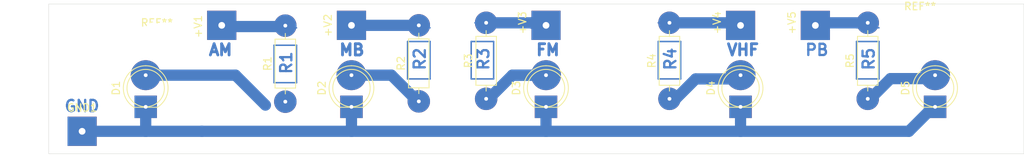
<source format=kicad_pcb>
(kicad_pcb (version 20241229) (generator "pcbnew") (generator_version "9.0")
  (layers (0 "F.Cu" signal) (2 "B.Cu" signal) (13 "F.Paste" user) (15 "B.Paste" user) (5 "F.SilkS" user "F.Silkscreen") (7 "B.SilkS" user "B.Silkscreen") (1 "F.Mask" user) (3 "B.Mask" user) (25 "Edge.Cuts" user))
  (net 0 "")
  (net 1 "Net-(+V1-Pin_1)")
  (net 2 "Net-(+V2-Pin_1)")
  (net 3 "Net-(+V3-Pin_1)")
  (net 4 "Net-(+V4-Pin_1)")
  (net 5 "Net-(+V5-Pin_1)")
  (net 6 "GND")
  (net 7 "Net-(D1-Pad2)")
  (net 8 "Net-(D2-Pad2)")
  (net 9 "Net-(D3-Pad2)")
  (net 10 "Net-(D4-Pad2)")
  (net 11 "Net-(D5-Pad2)")
  (footprint "Connector_Wire:SolderWire-1.5sqmm_1x01_D1.7mm_OD3.9mm" (layer "F.Cu") (at 96 39.5 90)
    (property "Reference" "+V3" (at 0 -3.15 90) (layer "F.SilkS"))
    (property "Value" "Conn_01x01")
    (pad "1" thru_hole rect (at -0.34 0 90) (size 3.9 3.9) (drill 0.9) (layers "*.Cu" "*.Mask") (net 3 "Net-(+V3-Pin_1)"))
  )
  (footprint "MountingHole:MountingHole_2.1mm" (layer "F.Cu") (at 43.5 40.5)
    (property "Reference" "REF**" (at 0.5 -1 0) (layer "F.SilkS"))
    (property "Value" "MountingHole_2.1mm")
    (pad "" np_thru_hole circle (at 0 0) (size 2.1 2.1) (drill 3.5) (layers "*.Cu" "*.Mask"))
  )
  (footprint "Resistor_THT:R_Axial_DIN0207_L6.3mm_D2.5mm_P10.16mm_Horizontal" (layer "F.Cu") (at 139 49.66 90)
    (property "Reference" "R5" (at 5.08 -2.37 90) (layer "F.SilkS"))
    (property "Value" "1.2k")
    (fp_line (start 8.35 -1.37) (end 1.81 -1.37) (stroke (width 0.12)) (layer "F.SilkS"))
    (fp_line (start 1.81 -1.37) (end 1.81 1.37) (stroke (width 0.12)) (layer "F.SilkS"))
    (fp_line (start 9.12 0) (end 8.35 0) (stroke (width 0.12)) (layer "F.SilkS"))
    (fp_line (start 1.04 0) (end 1.81 0) (stroke (width 0.12)) (layer "F.SilkS"))
    (fp_line (start 8.35 1.37) (end 8.35 -1.37) (stroke (width 0.12)) (layer "F.SilkS"))
    (fp_line (start 1.81 1.37) (end 8.35 1.37) (stroke (width 0.12)) (layer "F.SilkS"))
    (pad "1" thru_hole circle (at 0 0 90) (size 3 3) (drill 0.508) (layers "*.Cu" "*.Mask") (net 11 "Net-(D5-Pad2)"))
    (pad "2" thru_hole circle (at 10.16 0 90) (size 3 3) (drill 0.508) (layers "*.Cu" "*.Mask") (net 5 "Net-(+V5-Pin_1)"))
  )
  (footprint "Connector_Wire:SolderWire-1.5sqmm_1x01_D1.7mm_OD3.9mm" (layer "F.Cu") (at 34 54)
    (property "Reference" "GND1" (at 0 -3.15 0) (layer "F.SilkS"))
    (property "Value" "Conn_01x01")
    (pad "1" thru_hole rect (at 0 0) (size 3.9 3.9) (drill 0.9) (layers "*.Cu" "*.Mask") (net 6 "GND"))
  )
  (footprint "Connector_Wire:SolderWire-1.5sqmm_1x01_D1.7mm_OD3.9mm" (layer "F.Cu") (at 132 39.5 90)
    (property "Reference" "+V5" (at 0 -3.15 90) (layer "F.SilkS"))
    (property "Value" "Conn_01x01")
    (pad "1" thru_hole rect (at -0.35 0 90) (size 3.9 3.9) (drill 0.9) (layers "*.Cu" "*.Mask") (net 5 "Net-(+V5-Pin_1)"))
  )
  (footprint "Resistor_THT:R_Axial_DIN0207_L6.3mm_D2.5mm_P10.16mm_Horizontal" (layer "F.Cu") (at 61.16 50.04 90)
    (property "Reference" "R1" (at 5.08 -2.37 90) (layer "F.SilkS"))
    (property "Value" "1.2k")
    (fp_line (start 8.35 -1.37) (end 1.81 -1.37) (stroke (width 0.12)) (layer "F.SilkS"))
    (fp_line (start 1.81 -1.37) (end 1.81 1.37) (stroke (width 0.12)) (layer "F.SilkS"))
    (fp_line (start 9.12 0) (end 8.35 0) (stroke (width 0.12)) (layer "F.SilkS"))
    (fp_line (start 1.04 0) (end 1.81 0) (stroke (width 0.12)) (layer "F.SilkS"))
    (fp_line (start 8.35 1.37) (end 8.35 -1.37) (stroke (width 0.12)) (layer "F.SilkS"))
    (fp_line (start 1.81 1.37) (end 8.35 1.37) (stroke (width 0.12)) (layer "F.SilkS"))
    (pad "1" thru_hole circle (at 0 0 90) (size 3 3) (drill 0.508) (layers "*.Cu" "*.Mask") (net 7 "Net-(D1-Pad2)"))
    (pad "2" thru_hole circle (at 10.16 0 90) (size 3 3) (drill 0.508) (layers "*.Cu" "*.Mask") (net 1 "Net-(+V1-Pin_1)"))
  )
  (footprint "THT_TonerTransfer:LED_D5.0mm" (layer "F.Cu") (at 148 49.5 90)
    (property "Reference" "D5" (at 1.27 -3.96 90) (layer "F.SilkS"))
    (property "Value" "LED_5mm" (hide yes))
    (fp_line (start -1.29 -1.545) (end -1.29 1.545) (stroke (width 0.12)) (layer "F.SilkS"))
    (fp_arc (start -1.29 -1.54483) (mid 2.071756 -2.880501) (end 4.26 -0.000048) (stroke (width 0.12)) (layer "F.SilkS"))
    (fp_arc (start 4.26 0.000048) (mid 2.071756 2.880501) (end -1.29 1.54483) (stroke (width 0.12)) (layer "F.SilkS"))
    (fp_circle (center 1.27 0) (end 3.77 0) (stroke (width 0.12)) (fill no) (layer "F.SilkS"))
    (pad "1" thru_hole rect (at -1.23 0 90) (size 3 3) (drill 0.508) (layers "*.Cu" "*.Mask") (net 6 "GND"))
    (pad "2" thru_hole circle (at 3 -0.000048 90) (size 4 4) (drill 0.508) (layers "*.Cu" "*.Mask") (net 11 "Net-(D5-Pad2)"))
  )
  (footprint "Resistor_THT:R_Axial_DIN0207_L6.3mm_D2.5mm_P10.16mm_Horizontal" (layer "F.Cu") (at 112.5 49.66 90)
    (property "Reference" "R4" (at 5.08 -2.37 90) (layer "F.SilkS"))
    (property "Value" "1.2k")
    (fp_line (start 8.35 -1.37) (end 1.81 -1.37) (stroke (width 0.12)) (layer "F.SilkS"))
    (fp_line (start 1.81 -1.37) (end 1.81 1.37) (stroke (width 0.12)) (layer "F.SilkS"))
    (fp_line (start 9.12 0) (end 8.35 0) (stroke (width 0.12)) (layer "F.SilkS"))
    (fp_line (start 1.04 0) (end 1.81 0) (stroke (width 0.12)) (layer "F.SilkS"))
    (fp_line (start 8.35 1.37) (end 8.35 -1.37) (stroke (width 0.12)) (layer "F.SilkS"))
    (fp_line (start 1.81 1.37) (end 8.35 1.37) (stroke (width 0.12)) (layer "F.SilkS"))
    (pad "1" thru_hole circle (at 0 0 90) (size 3 3) (drill 0.508) (layers "*.Cu" "*.Mask") (net 10 "Net-(D4-Pad2)"))
    (pad "2" thru_hole circle (at 10.16 0 90) (size 3 3) (drill 0.508) (layers "*.Cu" "*.Mask") (net 4 "Net-(+V4-Pin_1)"))
  )
  (footprint "THT_TonerTransfer:LED_D5.0mm" (layer "F.Cu") (at 122 49.5 90)
    (property "Reference" "D4" (at 1.27 -3.96 90) (layer "F.SilkS"))
    (property "Value" "LED_5mm" (hide yes))
    (fp_line (start -1.29 -1.545) (end -1.29 1.545) (stroke (width 0.12)) (layer "F.SilkS"))
    (fp_arc (start -1.29 -1.54483) (mid 2.071756 -2.880501) (end 4.26 -0.000048) (stroke (width 0.12)) (layer "F.SilkS"))
    (fp_arc (start 4.26 0.000048) (mid 2.071756 2.880501) (end -1.29 1.54483) (stroke (width 0.12)) (layer "F.SilkS"))
    (fp_circle (center 1.27 0) (end 3.77 0) (stroke (width 0.12)) (fill no) (layer "F.SilkS"))
    (pad "1" thru_hole rect (at -1.23 0 90) (size 3 3) (drill 0.508) (layers "*.Cu" "*.Mask") (net 6 "GND"))
    (pad "2" thru_hole circle (at 3 -0.000048 90) (size 4 4) (drill 0.508) (layers "*.Cu" "*.Mask") (net 10 "Net-(D4-Pad2)"))
  )
  (footprint "THT_TonerTransfer:LED_D5.0mm" (layer "F.Cu") (at 70 49.5 90)
    (property "Reference" "D2" (at 1.27 -3.96 90) (layer "F.SilkS"))
    (property "Value" "LED_5mm" (hide yes))
    (fp_line (start -1.29 -1.545) (end -1.29 1.545) (stroke (width 0.12)) (layer "F.SilkS"))
    (fp_arc (start -1.29 -1.54483) (mid 2.071756 -2.880501) (end 4.26 -0.000048) (stroke (width 0.12)) (layer "F.SilkS"))
    (fp_arc (start 4.26 0.000048) (mid 2.071756 2.880501) (end -1.29 1.54483) (stroke (width 0.12)) (layer "F.SilkS"))
    (fp_circle (center 1.27 0) (end 3.77 0) (stroke (width 0.12)) (fill no) (layer "F.SilkS"))
    (pad "1" thru_hole rect (at -1.23 0 90) (size 3 3) (drill 0.508) (layers "*.Cu" "*.Mask") (net 6 "GND"))
    (pad "2" thru_hole circle (at 3 -0.000048 90) (size 4 4) (drill 0.508) (layers "*.Cu" "*.Mask") (net 8 "Net-(D2-Pad2)"))
  )
  (footprint "MountingHole:MountingHole_2.1mm" (layer "F.Cu") (at 146 40.5)
    (property "Reference" "REF**" (at 0 -3.2 0) (layer "F.SilkS"))
    (property "Value" "MountingHole_2.1mm")
    (pad "" np_thru_hole circle (at 0 0) (size 2.1 2.1) (drill 3.5) (layers "*.Cu" "*.Mask"))
  )
  (footprint "LED_THT:LED_D5.0mm" (layer "F.Cu") (at 42.5 49.5 90)
    (property "Reference" "D1" (at 1.27 -3.96 90) (layer "F.SilkS"))
    (property "Value" "LED_5mm" (hide yes))
    (fp_line (start -1.29 -1.545) (end -1.29 1.545) (stroke (width 0.12)) (layer "F.SilkS"))
    (fp_arc (start -1.29 -1.54483) (mid 2.071756 -2.880501) (end 4.26 -0.000048) (stroke (width 0.12)) (layer "F.SilkS"))
    (fp_arc (start 4.26 0.000048) (mid 2.071756 2.880501) (end -1.29 1.54483) (stroke (width 0.12)) (layer "F.SilkS"))
    (fp_circle (center 1.27 0) (end 3.77 0) (stroke (width 0.12)) (fill no) (layer "F.SilkS"))
    (pad "1" thru_hole rect (at -1.23 0 90) (size 3 3) (drill 0.508) (layers "*.Cu" "*.Mask") (net 6 "GND"))
    (pad "2" thru_hole circle (at 3 -0.000048 90) (size 4 4) (drill 0.508) (layers "*.Cu" "*.Mask") (net 7 "Net-(D1-Pad2)"))
  )
  (footprint "THT_TonerTransfer:LED_D5.0mm" (layer "F.Cu") (at 96 49.5 90)
    (property "Reference" "D3" (at 1.27 -3.96 90) (layer "F.SilkS"))
    (property "Value" "LED_5mm" (hide yes))
    (fp_line (start -1.29 -1.545) (end -1.29 1.545) (stroke (width 0.12)) (layer "F.SilkS"))
    (fp_arc (start -1.29 -1.54483) (mid 2.071756 -2.880501) (end 4.26 -0.000048) (stroke (width 0.12)) (layer "F.SilkS"))
    (fp_arc (start 4.26 0.000048) (mid 2.071756 2.880501) (end -1.29 1.54483) (stroke (width 0.12)) (layer "F.SilkS"))
    (fp_circle (center 1.27 0) (end 3.77 0) (stroke (width 0.12)) (fill no) (layer "F.SilkS"))
    (pad "1" thru_hole rect (at -1.23 0 90) (size 3 3) (drill 0.508) (layers "*.Cu" "*.Mask") (net 6 "GND"))
    (pad "2" thru_hole circle (at 3 -0.000048 90) (size 4 4) (drill 0.508) (layers "*.Cu" "*.Mask") (net 9 "Net-(D3-Pad2)"))
  )
  (footprint "Resistor_THT:R_Axial_DIN0207_L6.3mm_D2.5mm_P10.16mm_Horizontal" (layer "F.Cu") (at 88 49.66 90)
    (property "Reference" "R3" (at 5.08 -2.37 90) (layer "F.SilkS"))
    (property "Value" "1.2k")
    (fp_line (start 8.35 -1.37) (end 1.81 -1.37) (stroke (width 0.12)) (layer "F.SilkS"))
    (fp_line (start 1.81 -1.37) (end 1.81 1.37) (stroke (width 0.12)) (layer "F.SilkS"))
    (fp_line (start 9.12 0) (end 8.35 0) (stroke (width 0.12)) (layer "F.SilkS"))
    (fp_line (start 1.04 0) (end 1.81 0) (stroke (width 0.12)) (layer "F.SilkS"))
    (fp_line (start 8.35 1.37) (end 8.35 -1.37) (stroke (width 0.12)) (layer "F.SilkS"))
    (fp_line (start 1.81 1.37) (end 8.35 1.37) (stroke (width 0.12)) (layer "F.SilkS"))
    (pad "1" thru_hole circle (at 0 0 90) (size 3 3) (drill 0.508) (layers "*.Cu" "*.Mask") (net 9 "Net-(D3-Pad2)"))
    (pad "2" thru_hole circle (at 10.16 0 90) (size 3 3) (drill 0.508) (layers "*.Cu" "*.Mask") (net 3 "Net-(+V3-Pin_1)"))
  )
  (footprint "Connector_Wire:SolderWire-1.5sqmm_1x01_D1.7mm_OD3.9mm" (layer "F.Cu") (at 122 39.5 90)
    (property "Reference" "+V4" (at 0 -3.15 90) (layer "F.SilkS"))
    (property "Value" "Conn_01x01")
    (pad "1" thru_hole rect (at -0.35 0 90) (size 3.9 3.9) (drill 0.9) (layers "*.Cu" "*.Mask") (net 4 "Net-(+V4-Pin_1)"))
  )
  (footprint "Connector_Wire:SolderWire-1.5sqmm_1x01_D1.7mm_OD3.9mm" (layer "F.Cu") (at 52.66 40 90)
    (property "Reference" "+V1" (at 0 -3.15 90) (layer "F.SilkS"))
    (property "Value" "Conn_01x01_Socket")
    (pad "1" thru_hole rect (at 0.16 0 90) (size 3.9 3.9) (drill 0.9) (layers "*.Cu" "*.Mask") (net 1 "Net-(+V1-Pin_1)"))
  )
  (footprint "Resistor_THT:R_Axial_DIN0207_L6.3mm_D2.5mm_P10.16mm_Horizontal" (layer "F.Cu") (at 79 50 90)
    (property "Reference" "R2" (at 5.08 -2.37 90) (layer "F.SilkS"))
    (property "Value" "1.2k")
    (fp_line (start 8.35 -1.37) (end 1.81 -1.37) (stroke (width 0.12)) (layer "F.SilkS"))
    (fp_line (start 1.81 -1.37) (end 1.81 1.37) (stroke (width 0.12)) (layer "F.SilkS"))
    (fp_line (start 9.12 0) (end 8.35 0) (stroke (width 0.12)) (layer "F.SilkS"))
    (fp_line (start 1.04 0) (end 1.81 0) (stroke (width 0.12)) (layer "F.SilkS"))
    (fp_line (start 8.35 1.37) (end 8.35 -1.37) (stroke (width 0.12)) (layer "F.SilkS"))
    (fp_line (start 1.81 1.37) (end 8.35 1.37) (stroke (width 0.12)) (layer "F.SilkS"))
    (pad "1" thru_hole circle (at 0 0 90) (size 3 3) (drill 0.508) (layers "*.Cu" "*.Mask") (net 8 "Net-(D2-Pad2)"))
    (pad "2" thru_hole circle (at 10.16 0 90) (size 3 3) (drill 0.508) (layers "*.Cu" "*.Mask") (net 2 "Net-(+V2-Pin_1)"))
  )
  (footprint "Connector_Wire:SolderWire-1.5sqmm_1x01_D1.7mm_OD3.9mm" (layer "F.Cu") (at 70 39.84 90)
    (property "Reference" "+V2" (at 0 -3.15 90) (layer "F.SilkS"))
    (property "Value" "Conn_01x01")
    (pad "1" thru_hole rect (at 0 0 90) (size 3.9 3.9) (drill 0.9) (layers "*.Cu" "*.Mask") (net 2 "Net-(+V2-Pin_1)"))
  )
  (gr_line (start 59.66 47.5) (end 59.66 42.5) (stroke (width 0.2)) (layer "B.Cu"))
  (gr_line (start 111 39.5) (end 114 39.5) (stroke (width 0.2)) (layer "B.Cu") (net 4))
  (gr_line (start 89 42) (end 89 47) (stroke (width 0.2)) (layer "B.Cu") (net 9))
  (gr_line (start 62.66 42.5) (end 62.66 47.5) (stroke (width 0.2)) (layer "B.Cu"))
  (gr_line (start 114 42) (end 114 47) (stroke (width 0.2)) (layer "B.Cu"))
  (gr_line (start 59.66 40.17) (end 62.66 40.17) (stroke (width 0.2)) (layer "B.Cu") (net 1))
  (gr_line (start 140.5 47) (end 137.5 47) (stroke (width 0.2)) (layer "B.Cu"))
  (gr_line (start 89 47) (end 86 47) (stroke (width 0.2)) (layer "B.Cu") (net 9))
  (gr_line (start 77.5 47) (end 77.5 42) (stroke (width 0.2)) (layer "B.Cu"))
  (gr_line (start 86.5 39.5) (end 89.5 39.5) (stroke (width 0.2)) (layer "B.Cu") (net 3))
  (gr_line (start 80.5 42) (end 80.5 47) (stroke (width 0.2)) (layer "B.Cu"))
  (gr_line (start 111 47) (end 111 42) (stroke (width 0.2)) (layer "B.Cu"))
  (gr_line (start 86 47) (end 86 42) (stroke (width 0.2)) (layer "B.Cu") (net 9))
  (gr_line (start 77.5 40.17) (end 80.5 40.17) (stroke (width 0.2)) (layer "B.Cu") (net 2))
  (gr_line (start 140.5 42) (end 140.5 47) (stroke (width 0.2)) (layer "B.Cu"))
  (gr_line (start 80.5 47) (end 77.5 47) (stroke (width 0.2)) (layer "B.Cu"))
  (gr_line (start 114 47) (end 111 47) (stroke (width 0.2)) (layer "B.Cu"))
  (gr_line (start 137.5 47) (end 137.5 42) (stroke (width 0.2)) (layer "B.Cu"))
  (gr_line (start 137.5 40.17) (end 140.5 40.17) (stroke (width 0.2)) (layer "B.Cu") (net 5))
  (gr_line (start 62.66 47.5) (end 59.66 47.5) (stroke (width 0.2)) (layer "B.Cu"))
  (gr_rect (start 29.53 36.99) (end 159.87 56.99) (stroke (width 0.05)) (fill no) (layer "Edge.Cuts"))
  (gr_text "PB" (at 130.5 44 0) (layer "B.Cu") (effects (font (size 1.5 1.5) (thickness 0.3) (bold yes)) (justify left bottom)))
  (gr_text "VHF" (at 120 44 0) (layer "B.Cu") (effects (font (size 1.5 1.5) (thickness 0.375) (bold yes)) (justify left bottom)))
  (gr_text "R4" (at 113.5 46 90) (layer "B.Cu") (effects (font (size 1.5 1.5) (thickness 0.3) (bold yes)) (justify left bottom)))
  (gr_text "FM" (at 94.5 44 0) (layer "B.Cu") (effects (font (size 1.5 1.5) (thickness 0.375) (bold yes)) (justify left bottom)))
  (gr_text "R1" (at 62.16 46.5 90) (layer "B.Cu") (effects (font (size 1.5 1.5) (thickness 0.3) (bold yes)) (justify left bottom)))
  (gr_text "AM" (at 52.5 44 0) (layer "B.Cu") (effects (font (size 1.5 1.5) (thickness 0.375) (bold yes)) (justify bottom)))
  (gr_text "R3" (at 88.5 46 90) (layer "B.Cu") (effects (font (size 1.5 1.5) (thickness 0.3) (bold yes)) (justify left bottom)))
  (gr_text "R5" (at 140 46 90) (layer "B.Cu") (effects (font (size 1.5 1.5) (thickness 0.3) (bold yes)) (justify left bottom)))
  (gr_text "R2" (at 80 46 90) (layer "B.Cu") (effects (font (size 1.5 1.5) (thickness 0.3) (bold yes)) (justify left bottom)))
  (gr_text "MB" (at 68.2 44 0) (layer "B.Cu") (effects (font (size 1.5 1.5) (thickness 0.375) (bold yes)) (justify left bottom)))
  (gr_text "GND" (at 31.5 51.5 0) (layer "B.Cu") (effects (font (size 1.5 1.5) (thickness 0.3) (bold yes)) (justify left bottom)))
  (segment (start 77.5 42) (end 80.5 42) (width 0.2) (layer "B.Cu") (net 0))
  (segment (start 62.66 42.5) (end 59.66 42.5) (width 0.2) (layer "B.Cu") (net 0))
  (segment (start 137.5 42) (end 140.5 42) (width 0.2) (layer "B.Cu") (net 0))
  (segment (start 111 42) (end 114 42) (width 0.2) (layer "B.Cu") (net 0))
  (segment (start 61 40.25) (end 61.16 40.09) (width 0.2) (layer "B.Cu") (net 1))
  (segment (start 51 39.34) (end 52.66 41) (width 0.2) (layer "B.Cu") (net 1))
  (segment (start 52.66 40) (end 61 40) (width 1.5) (layer "B.Cu") (net 1))
  (segment (start 68.34 39.34) (end 70 41) (width 0.2) (layer "B.Cu") (net 2))
  (segment (start 70 40.17) (end 70.5 40.17) (width 0.2) (layer "B.Cu") (net 2))
  (segment (start 70.5 40.42) (end 71 39.92) (width 0.2) (layer "B.Cu") (net 2))
  (segment (start 71 39.84) (end 79 39.84) (width 1.5) (layer "B.Cu") (net 2))
  (segment (start 88 39.42) (end 88.16 39.58) (width 1.5) (layer "B.Cu") (net 3))
  (segment (start 94.34 38.67) (end 96 40.33) (width 0.2) (layer "B.Cu") (net 3))
  (segment (start 87.66 39.5) (end 94.18 39.5) (width 1.5) (layer "B.Cu") (net 3))
  (segment (start 94.18 39.58) (end 94.34 39.42) (width 1.5) (layer "B.Cu") (net 3))
  (segment (start 112.5 39.5) (end 120.5 39.5) (width 1.5) (layer "B.Cu") (net 4))
  (segment (start 120.5 38.75) (end 122 40.25) (width 0.2) (layer "B.Cu") (net 4))
  (segment (start 132.16 40.09) (end 132 40.25) (width 0.2) (layer "B.Cu") (net 5))
  (segment (start 139 39.5) (end 132.16 39.5) (width 1.5) (layer "B.Cu") (net 5))
  (segment (start 122 50.73) (end 122 54) (width 1.5) (layer "B.Cu") (net 6))
  (segment (start 96 50.73) (end 96 54) (width 1.5) (layer "B.Cu") (net 6))
  (segment (start 96 54) (end 122 54) (width 1.5) (layer "B.Cu") (net 6))
  (segment (start 122 54) (end 144.5 54) (width 1.5) (layer "B.Cu") (net 6))
  (segment (start 70 50.73) (end 70 54) (width 1.5) (layer "B.Cu") (net 6))
  (segment (start 147.77 50.73) (end 144.5 54) (width 1.5) (layer "B.Cu") (net 6))
  (segment (start 42.5 50.73) (end 42.5 54) (width 1.5) (layer "B.Cu") (net 6))
  (segment (start 70 54) (end 96 54) (width 1.5) (layer "B.Cu") (net 6))
  (segment (start 148 50.73) (end 147.77 50.73) (width 1.5) (layer "B.Cu") (net 6))
  (segment (start 70 54) (end 50 54) (width 1.5) (layer "B.Cu") (net 6))
  (segment (start 42.5 54) (end 50 54) (width 1.5) (layer "B.Cu") (net 6))
  (segment (start 34 54) (end 42.5 54) (width 1.5) (layer "B.Cu") (net 6))
  (segment (start 42.46 47) (end 42.5 46.96) (width 0.625) (layer "B.Cu") (net 7))
  (segment (start 42.499952 46.5) (end 54.5 46.5) (width 1.5) (layer "B.Cu") (net 7))
  (segment (start 54.5 46.5) (end 58.5 50.5) (width 1.5) (layer "B.Cu") (net 7))
  (segment (start 75.34 46.5) (end 79 50.16) (width 1.5) (layer "B.Cu") (net 8))
  (segment (start 69.999952 46.5) (end 75.34 46.5) (width 1.5) (layer "B.Cu") (net 8))
  (segment (start 86 42) (end 89 42) (width 0.2) (layer "B.Cu") (net 9))
  (segment (start 88 49.66) (end 88.34 49.66) (width 1.5) (layer "B.Cu") (net 9))
  (segment (start 88.34 49.66) (end 91.5 46.5) (width 1.5) (layer "B.Cu") (net 9))
  (segment (start 95.54 46.5) (end 96 46.96) (width 0.625) (layer "B.Cu") (net 9))
  (segment (start 92 46.5) (end 95.54 46.5) (width 1.5) (layer "B.Cu") (net 9))
  (segment (start 91.5 46.5) (end 95.54 46.5) (width 1.5) (layer "B.Cu") (net 9))
  (segment (start 116 47) (end 121.96 47) (width 1.5) (layer "B.Cu") (net 10))
  (segment (start 121.96 47) (end 122 46.96) (width 0.625) (layer "B.Cu") (net 10))
  (segment (start 112.5 49.66) (end 113.34 49.66) (width 1.5) (layer "B.Cu") (net 10))
  (segment (start 113.34 49.66) (end 116 47) (width 1.5) (layer "B.Cu") (net 10))
  (segment (start 142.04 46.96) (end 148 46.96) (width 1.5) (layer "B.Cu") (net 11))
  (segment (start 147.54 46.5) (end 148 46.96) (width 0.625) (layer "B.Cu") (net 11))
  (segment (start 139 50) (end 142.04 46.96) (width 1.5) (layer "B.Cu") (net 11))
)
</source>
